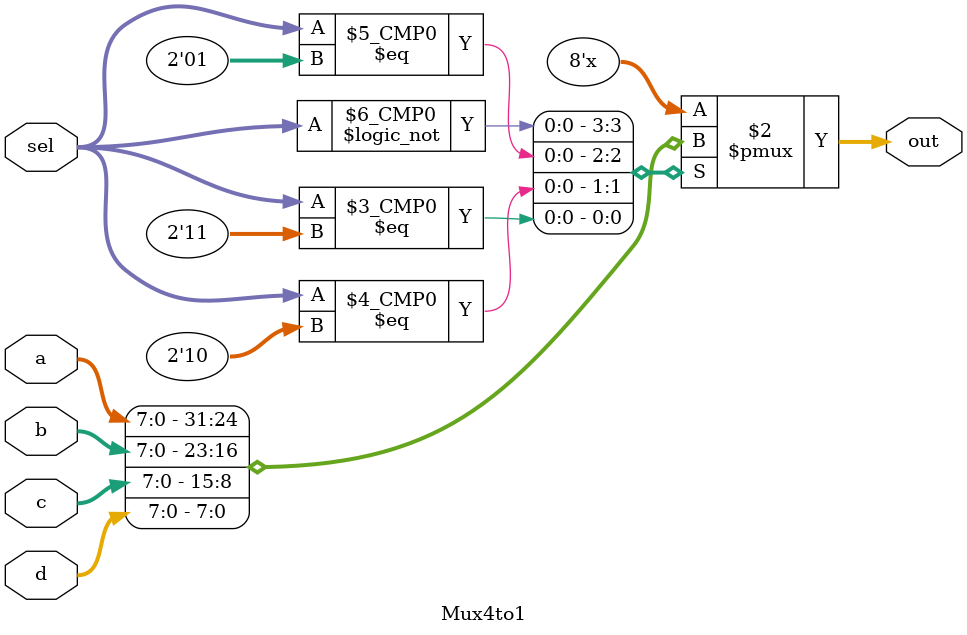
<source format=v>
`timescale 1ns / 1ps

module Mux4to1 #(
    parameter DATA_WIDTH = 8
)(
    a,
    b,
    c,
    d,
    sel,
    out
);
    
    input [DATA_WIDTH-1:0] a;
    input [DATA_WIDTH-1:0] b;
    input [DATA_WIDTH-1:0] c;
    input [DATA_WIDTH-1:0] d;
    input [1:0] sel;
    
    output [DATA_WIDTH-1:0] out;
    
    reg [DATA_WIDTH-1:0] out;

    always@(*) begin
        case(sel)
            0: out = a;
            1: out = b;
            2: out = c;
            3: out = d;
        endcase
    end
    
endmodule

</source>
